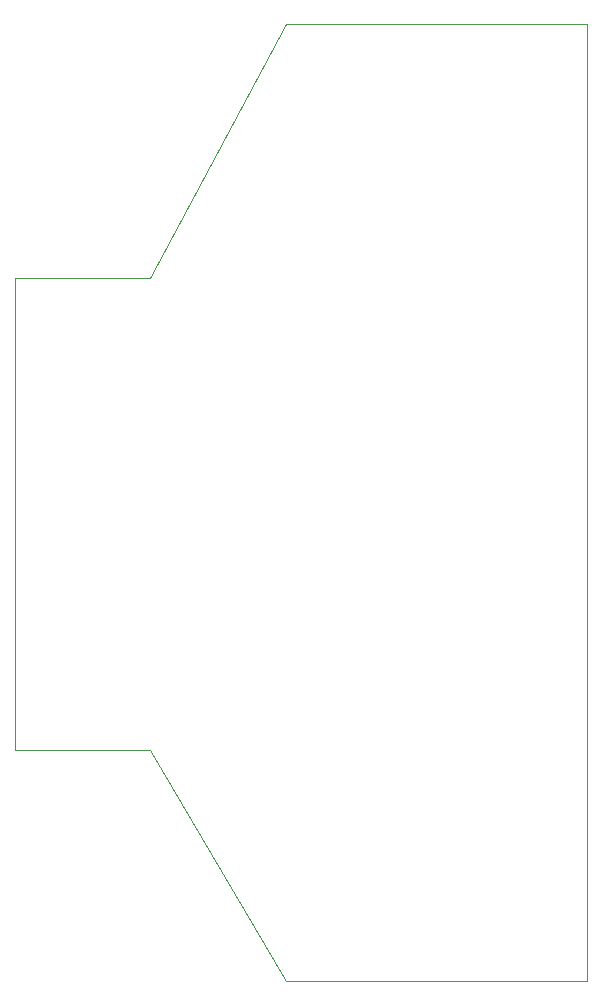
<source format=gbr>
%TF.GenerationSoftware,KiCad,Pcbnew,8.0.5-8.0.5-0~ubuntu22.04.1*%
%TF.CreationDate,2024-10-05T08:55:46-07:00*%
%TF.ProjectId,pmod_ethernet_la,706d6f64-5f65-4746-9865-726e65745f6c,rev?*%
%TF.SameCoordinates,Original*%
%TF.FileFunction,Profile,NP*%
%FSLAX46Y46*%
G04 Gerber Fmt 4.6, Leading zero omitted, Abs format (unit mm)*
G04 Created by KiCad (PCBNEW 8.0.5-8.0.5-0~ubuntu22.04.1) date 2024-10-05 08:55:46*
%MOMM*%
%LPD*%
G01*
G04 APERTURE LIST*
%TA.AperFunction,Profile*%
%ADD10C,0.050000*%
%TD*%
G04 APERTURE END LIST*
D10*
X83500000Y-137000000D02*
X83500000Y-97000000D01*
X95000000Y-137000000D02*
X83500000Y-137000000D01*
X106500000Y-156500000D02*
X95000000Y-137000000D01*
X132000000Y-156500000D02*
X106500000Y-156500000D01*
X132000000Y-75500000D02*
X132000000Y-156500000D01*
X106500000Y-75500000D02*
X132000000Y-75500000D01*
X95000000Y-97000000D02*
X106500000Y-75500000D01*
X83500000Y-97000000D02*
X95000000Y-97000000D01*
M02*

</source>
